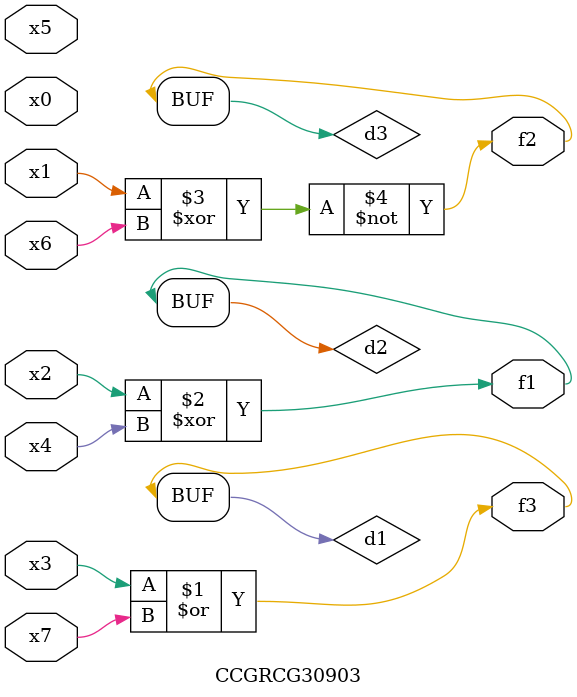
<source format=v>
module CCGRCG30903(
	input x0, x1, x2, x3, x4, x5, x6, x7,
	output f1, f2, f3
);

	wire d1, d2, d3;

	or (d1, x3, x7);
	xor (d2, x2, x4);
	xnor (d3, x1, x6);
	assign f1 = d2;
	assign f2 = d3;
	assign f3 = d1;
endmodule

</source>
